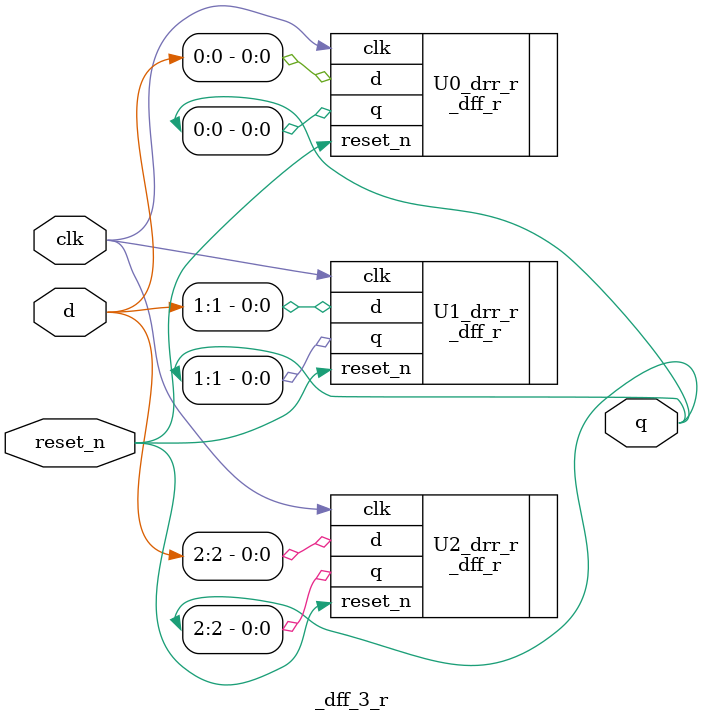
<source format=v>
module _dff_3_r(clk, reset_n, d, q); 		//module of 3-bit register
	input clk, reset_n;
	input [2:0] d;
	output[2:0] q;
	_dff_r U0_drr_r(.clk(clk), .reset_n(reset_n), .d(d[0]), .q(q[0]));
	_dff_r U1_drr_r(.clk(clk), .reset_n(reset_n), .d(d[1]), .q(q[1]));
	_dff_r U2_drr_r(.clk(clk), .reset_n(reset_n), .d(d[2]), .q(q[2]));	

	
endmodule


</source>
